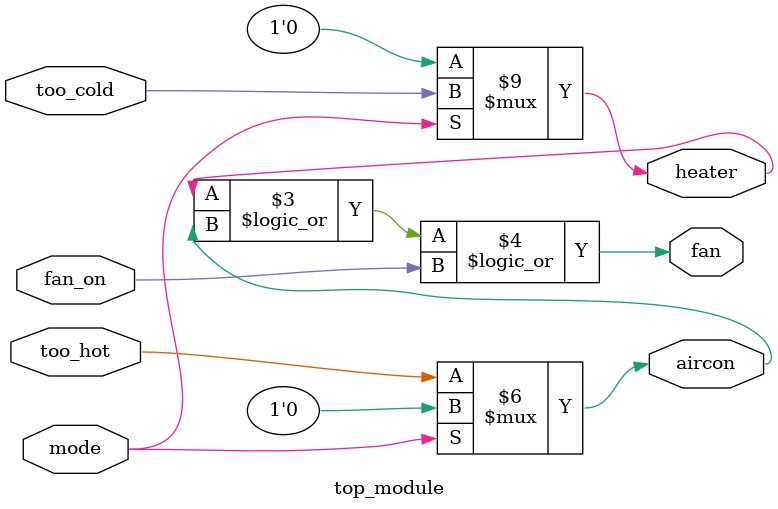
<source format=sv>
module top_module(
    input mode,
    input too_cold, 
    input too_hot,
    input fan_on,
    output reg heater,
    output reg aircon,
    output reg fan
);

always @(*) begin
    // In heating mode
    if (mode == 1) begin
        // Turn on the heater if it's too cold
        heater = too_cold;
        // Don't turn on the air conditioner
        aircon = 0;
    end
    // In cooling mode
    else begin
        // Turn on the air conditioner if it's too hot
        aircon = too_hot;
        // Don't turn on the heater
        heater = 0;
    end

    // Turn on the fan if the heater or air conditioner is on, or if the user requests it
    fan = heater || aircon || fan_on;
end

endmodule

</source>
